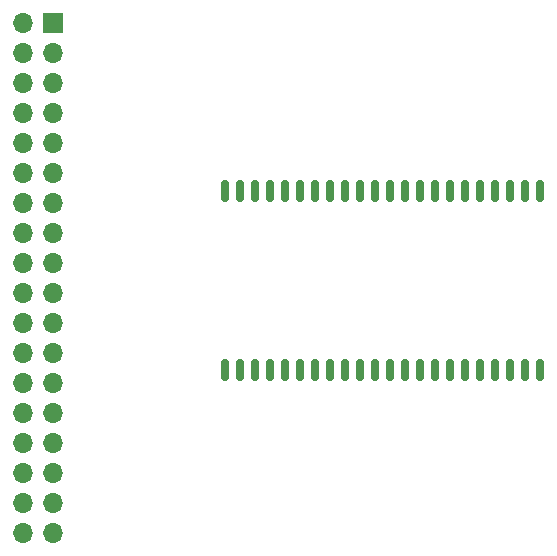
<source format=gts>
G04 #@! TF.GenerationSoftware,KiCad,Pcbnew,8.0.7*
G04 #@! TF.CreationDate,2025-04-20T02:49:42+02:00*
G04 #@! TF.ProjectId,Am29F400B-MEGA-adapter,416d3239-4634-4303-9042-2d4d4547412d,rev?*
G04 #@! TF.SameCoordinates,Original*
G04 #@! TF.FileFunction,Soldermask,Top*
G04 #@! TF.FilePolarity,Negative*
%FSLAX46Y46*%
G04 Gerber Fmt 4.6, Leading zero omitted, Abs format (unit mm)*
G04 Created by KiCad (PCBNEW 8.0.7) date 2025-04-20 02:49:42*
%MOMM*%
%LPD*%
G01*
G04 APERTURE LIST*
G04 Aperture macros list*
%AMRoundRect*
0 Rectangle with rounded corners*
0 $1 Rounding radius*
0 $2 $3 $4 $5 $6 $7 $8 $9 X,Y pos of 4 corners*
0 Add a 4 corners polygon primitive as box body*
4,1,4,$2,$3,$4,$5,$6,$7,$8,$9,$2,$3,0*
0 Add four circle primitives for the rounded corners*
1,1,$1+$1,$2,$3*
1,1,$1+$1,$4,$5*
1,1,$1+$1,$6,$7*
1,1,$1+$1,$8,$9*
0 Add four rect primitives between the rounded corners*
20,1,$1+$1,$2,$3,$4,$5,0*
20,1,$1+$1,$4,$5,$6,$7,0*
20,1,$1+$1,$6,$7,$8,$9,0*
20,1,$1+$1,$8,$9,$2,$3,0*%
G04 Aperture macros list end*
%ADD10RoundRect,0.150000X0.150000X-0.775000X0.150000X0.775000X-0.150000X0.775000X-0.150000X-0.775000X0*%
%ADD11R,1.700000X1.700000*%
%ADD12O,1.700000X1.700000*%
G04 APERTURE END LIST*
D10*
X133165000Y-98575000D03*
X134435000Y-98575000D03*
X135705000Y-98575000D03*
X136975000Y-98575000D03*
X138245000Y-98575000D03*
X139515000Y-98575000D03*
X140785000Y-98575000D03*
X142055000Y-98575000D03*
X143325000Y-98575000D03*
X144595000Y-98575000D03*
X145865000Y-98575000D03*
X147135000Y-98575000D03*
X148405000Y-98575000D03*
X149675000Y-98575000D03*
X150945000Y-98575000D03*
X152215000Y-98575000D03*
X153485000Y-98575000D03*
X154755000Y-98575000D03*
X156025000Y-98575000D03*
X157295000Y-98575000D03*
X158565000Y-98575000D03*
X159835000Y-98575000D03*
X159835000Y-83425000D03*
X158565000Y-83425000D03*
X157295000Y-83425000D03*
X156025000Y-83425000D03*
X154755000Y-83425000D03*
X153485000Y-83425000D03*
X152215000Y-83425000D03*
X150945000Y-83425000D03*
X149675000Y-83425000D03*
X148405000Y-83425000D03*
X147135000Y-83425000D03*
X145865000Y-83425000D03*
X144595000Y-83425000D03*
X143325000Y-83425000D03*
X142055000Y-83425000D03*
X140785000Y-83425000D03*
X139515000Y-83425000D03*
X138245000Y-83425000D03*
X136975000Y-83425000D03*
X135705000Y-83425000D03*
X134435000Y-83425000D03*
X133165000Y-83425000D03*
D11*
X118618000Y-69180000D03*
D12*
X116078000Y-69180000D03*
X118618000Y-71720000D03*
X116078000Y-71720000D03*
X118618000Y-74260000D03*
X116078000Y-74260000D03*
X118618000Y-76800000D03*
X116078000Y-76800000D03*
X118618000Y-79340000D03*
X116078000Y-79340000D03*
X118618000Y-81880000D03*
X116078000Y-81880000D03*
X118618000Y-84420000D03*
X116078000Y-84420000D03*
X118618000Y-86960000D03*
X116078000Y-86960000D03*
X118618000Y-89500000D03*
X116078000Y-89500000D03*
X118618000Y-92040000D03*
X116078000Y-92040000D03*
X118618000Y-94580000D03*
X116078000Y-94580000D03*
X118618000Y-97120000D03*
X116078000Y-97120000D03*
X118618000Y-99660000D03*
X116078000Y-99660000D03*
X118618000Y-102200000D03*
X116078000Y-102200000D03*
X118618000Y-104740000D03*
X116078000Y-104740000D03*
X118618000Y-107280000D03*
X116078000Y-107280000D03*
X118618000Y-109820000D03*
X116078000Y-109820000D03*
X118618000Y-112360000D03*
X116078000Y-112360000D03*
M02*

</source>
